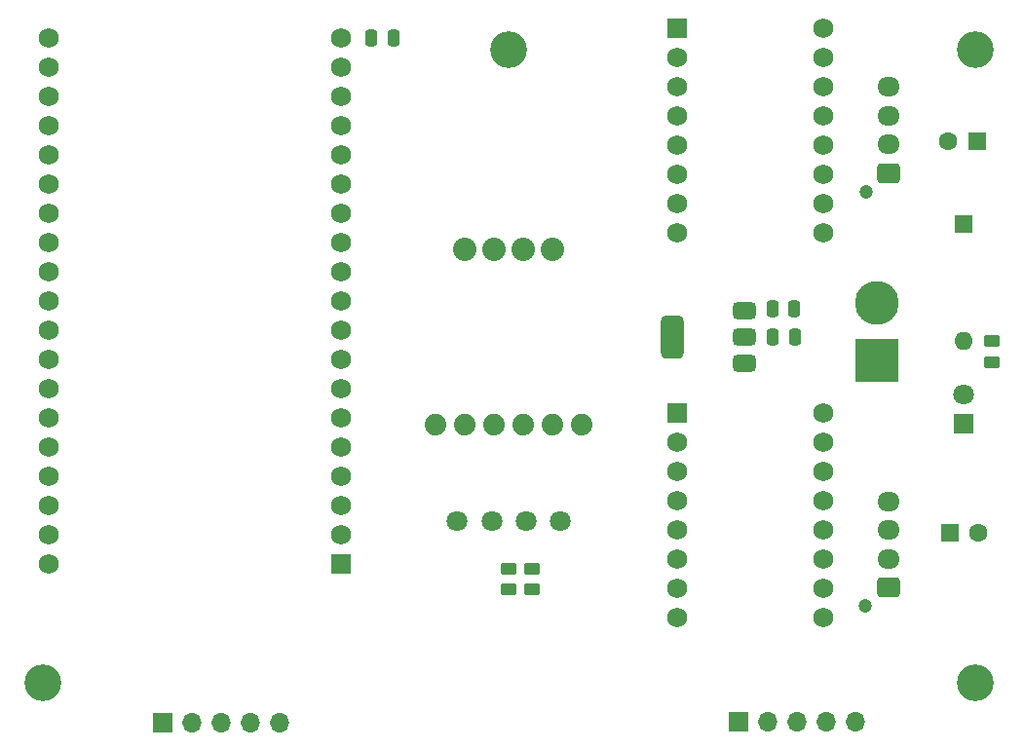
<source format=gbr>
%TF.GenerationSoftware,KiCad,Pcbnew,8.0.4*%
%TF.CreationDate,2024-09-15T13:23:28+10:00*%
%TF.ProjectId,SBR2.1,53425232-2e31-42e6-9b69-6361645f7063,rev?*%
%TF.SameCoordinates,Original*%
%TF.FileFunction,Soldermask,Top*%
%TF.FilePolarity,Negative*%
%FSLAX46Y46*%
G04 Gerber Fmt 4.6, Leading zero omitted, Abs format (unit mm)*
G04 Created by KiCad (PCBNEW 8.0.4) date 2024-09-15 13:23:28*
%MOMM*%
%LPD*%
G01*
G04 APERTURE LIST*
G04 Aperture macros list*
%AMRoundRect*
0 Rectangle with rounded corners*
0 $1 Rounding radius*
0 $2 $3 $4 $5 $6 $7 $8 $9 X,Y pos of 4 corners*
0 Add a 4 corners polygon primitive as box body*
4,1,4,$2,$3,$4,$5,$6,$7,$8,$9,$2,$3,0*
0 Add four circle primitives for the rounded corners*
1,1,$1+$1,$2,$3*
1,1,$1+$1,$4,$5*
1,1,$1+$1,$6,$7*
1,1,$1+$1,$8,$9*
0 Add four rect primitives between the rounded corners*
20,1,$1+$1,$2,$3,$4,$5,0*
20,1,$1+$1,$4,$5,$6,$7,0*
20,1,$1+$1,$6,$7,$8,$9,0*
20,1,$1+$1,$8,$9,$2,$3,0*%
G04 Aperture macros list end*
%ADD10C,1.803200*%
%ADD11C,3.200000*%
%ADD12R,1.600000X1.600000*%
%ADD13C,1.600000*%
%ADD14RoundRect,0.250000X0.450000X-0.262500X0.450000X0.262500X-0.450000X0.262500X-0.450000X-0.262500X0*%
%ADD15RoundRect,0.250000X-0.250000X-0.475000X0.250000X-0.475000X0.250000X0.475000X-0.250000X0.475000X0*%
%ADD16RoundRect,0.102000X-0.765000X-0.765000X0.765000X-0.765000X0.765000X0.765000X-0.765000X0.765000X0*%
%ADD17C,1.734000*%
%ADD18RoundRect,0.375000X0.625000X0.375000X-0.625000X0.375000X-0.625000X-0.375000X0.625000X-0.375000X0*%
%ADD19RoundRect,0.500000X0.500000X1.400000X-0.500000X1.400000X-0.500000X-1.400000X0.500000X-1.400000X0*%
%ADD20R,1.800000X1.800000*%
%ADD21C,1.800000*%
%ADD22R,1.700000X1.700000*%
%ADD23O,1.700000X1.700000*%
%ADD24C,1.879600*%
%ADD25C,2.032000*%
%ADD26RoundRect,0.102000X0.765000X0.765000X-0.765000X0.765000X-0.765000X-0.765000X0.765000X-0.765000X0*%
%ADD27O,1.600000X1.600000*%
%ADD28RoundRect,0.250000X-0.450000X0.262500X-0.450000X-0.262500X0.450000X-0.262500X0.450000X0.262500X0*%
%ADD29R,3.800000X3.800000*%
%ADD30C,3.800000*%
%ADD31C,1.200000*%
%ADD32RoundRect,0.250000X0.725000X-0.600000X0.725000X0.600000X-0.725000X0.600000X-0.725000X-0.600000X0*%
%ADD33O,1.950000X1.700000*%
G04 APERTURE END LIST*
D10*
%TO.C,J7*%
X122500000Y-82500000D03*
%TD*%
D11*
%TO.C,H3*%
X167500000Y-96500000D03*
%TD*%
D12*
%TO.C,C4*%
X165317621Y-83500000D03*
D13*
X167817621Y-83500000D03*
%TD*%
D14*
%TO.C,R2*%
X169000000Y-68662500D03*
X169000000Y-66837500D03*
%TD*%
D11*
%TO.C,H1*%
X86500000Y-96500000D03*
%TD*%
D15*
%TO.C,C2*%
X149950000Y-66500000D03*
X151850000Y-66500000D03*
%TD*%
D10*
%TO.C,J5*%
X131500000Y-82500000D03*
%TD*%
D16*
%TO.C,U2*%
X141650000Y-39610000D03*
D17*
X141650000Y-42150000D03*
X141650000Y-44690000D03*
X141650000Y-47230000D03*
X141650000Y-49770000D03*
X141650000Y-52310000D03*
X141650000Y-54850000D03*
X141650000Y-57390000D03*
X154350000Y-57390000D03*
X154350000Y-54850000D03*
X154350000Y-52310000D03*
X154350000Y-49770000D03*
X154350000Y-47230000D03*
X154350000Y-44690000D03*
X154350000Y-42150000D03*
X154350000Y-39610000D03*
%TD*%
D18*
%TO.C,U4*%
X147500000Y-68800000D03*
X147500000Y-66500000D03*
D19*
X141200000Y-66500000D03*
D18*
X147500000Y-64200000D03*
%TD*%
D20*
%TO.C,D2*%
X166500000Y-74025000D03*
D21*
X166500000Y-71485000D03*
%TD*%
D10*
%TO.C,J6*%
X125500000Y-82500000D03*
%TD*%
D22*
%TO.C,J9*%
X146980000Y-99925000D03*
D23*
X149520000Y-99925000D03*
X152060000Y-99925000D03*
X154600000Y-99925000D03*
X157140000Y-99925000D03*
%TD*%
D24*
%TO.C,U6*%
X120650000Y-74120000D03*
X123190000Y-74120000D03*
X125730000Y-74120000D03*
X128270000Y-74120000D03*
X130810000Y-74120000D03*
X133350000Y-74120000D03*
D25*
X123190000Y-58880000D03*
X125730000Y-58880000D03*
X128270000Y-58880000D03*
X130810000Y-58880000D03*
%TD*%
D10*
%TO.C,J4*%
X128500000Y-82500000D03*
%TD*%
D26*
%TO.C,U3*%
X112427500Y-86200000D03*
D17*
X112427500Y-83660000D03*
X112427500Y-81120000D03*
X112427500Y-78580000D03*
X112427500Y-76040000D03*
X112427500Y-73500000D03*
X112427500Y-70960000D03*
X112427500Y-68420000D03*
X112427500Y-65880000D03*
X112427500Y-63340000D03*
X112427500Y-60800000D03*
X112427500Y-58260000D03*
X112427500Y-55720000D03*
X112427500Y-53180000D03*
X112427500Y-50640000D03*
X112427500Y-48100000D03*
X112427500Y-45560000D03*
X112427500Y-43020000D03*
X112427500Y-40480000D03*
X87027500Y-40480000D03*
X87027500Y-43020000D03*
X87027500Y-45560000D03*
X87027500Y-48100000D03*
X87027500Y-50640000D03*
X87027500Y-53180000D03*
X87027500Y-55720000D03*
X87027500Y-58260000D03*
X87027500Y-60800000D03*
X87027500Y-63340000D03*
X87027500Y-65880000D03*
X87027500Y-68420000D03*
X87027500Y-70960000D03*
X87027500Y-73500000D03*
X87027500Y-76040000D03*
X87027500Y-78580000D03*
X87027500Y-81120000D03*
X87027500Y-83660000D03*
X87027500Y-86200000D03*
%TD*%
D15*
%TO.C,C1*%
X149900000Y-64000000D03*
X151800000Y-64000000D03*
%TD*%
D12*
%TO.C,D1*%
X166500000Y-56670000D03*
D27*
X166500000Y-66830000D03*
%TD*%
D22*
%TO.C,J8*%
X96890000Y-99975000D03*
D23*
X99430000Y-99975000D03*
X101970000Y-99975000D03*
X104510000Y-99975000D03*
X107050000Y-99975000D03*
%TD*%
D15*
%TO.C,C5*%
X115050000Y-40500000D03*
X116950000Y-40500000D03*
%TD*%
D11*
%TO.C,H4*%
X127000000Y-41500000D03*
%TD*%
D28*
%TO.C,R3*%
X129000000Y-86587500D03*
X129000000Y-88412500D03*
%TD*%
%TO.C,R1*%
X127000000Y-86587500D03*
X127000000Y-88412500D03*
%TD*%
D12*
%TO.C,C3*%
X167682380Y-49500000D03*
D13*
X165182380Y-49500000D03*
%TD*%
D11*
%TO.C,H2*%
X167500000Y-41500000D03*
%TD*%
D29*
%TO.C,J1*%
X159000000Y-68500000D03*
D30*
X159000000Y-63500000D03*
%TD*%
D16*
%TO.C,U1*%
X141650000Y-73110000D03*
D17*
X141650000Y-75650000D03*
X141650000Y-78190000D03*
X141650000Y-80730000D03*
X141650000Y-83270000D03*
X141650000Y-85810000D03*
X141650000Y-88350000D03*
X141650000Y-90890000D03*
X154350000Y-90890000D03*
X154350000Y-88350000D03*
X154350000Y-85810000D03*
X154350000Y-83270000D03*
X154350000Y-80730000D03*
X154350000Y-78190000D03*
X154350000Y-75650000D03*
X154350000Y-73110000D03*
%TD*%
D31*
%TO.C,J3*%
X158025000Y-53850000D03*
D32*
X160025000Y-52250000D03*
D33*
X160025000Y-49750000D03*
X160025000Y-47250000D03*
X160025000Y-44750000D03*
%TD*%
D31*
%TO.C,J2*%
X158000000Y-89850000D03*
D32*
X160000000Y-88250000D03*
D33*
X160000000Y-85750000D03*
X160000000Y-83250000D03*
X160000000Y-80750000D03*
%TD*%
M02*

</source>
